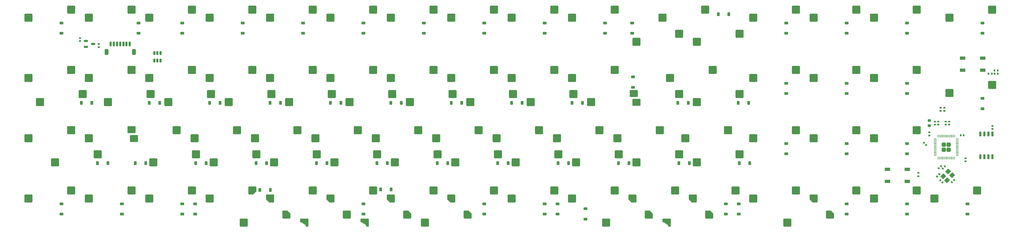
<source format=gbp>
G04 #@! TF.GenerationSoftware,KiCad,Pcbnew,8.0.4-1.fc39*
G04 #@! TF.CreationDate,2024-09-17T18:41:10-04:00*
G04 #@! TF.ProjectId,Q9-Chimera,51392d43-6869-46d6-9572-612e6b696361,rev?*
G04 #@! TF.SameCoordinates,Original*
G04 #@! TF.FileFunction,Paste,Bot*
G04 #@! TF.FilePolarity,Positive*
%FSLAX46Y46*%
G04 Gerber Fmt 4.6, Leading zero omitted, Abs format (unit mm)*
G04 Created by KiCad (PCBNEW 8.0.4-1.fc39) date 2024-09-17 18:41:10*
%MOMM*%
%LPD*%
G01*
G04 APERTURE LIST*
G04 Aperture macros list*
%AMRoundRect*
0 Rectangle with rounded corners*
0 $1 Rounding radius*
0 $2 $3 $4 $5 $6 $7 $8 $9 X,Y pos of 4 corners*
0 Add a 4 corners polygon primitive as box body*
4,1,4,$2,$3,$4,$5,$6,$7,$8,$9,$2,$3,0*
0 Add four circle primitives for the rounded corners*
1,1,$1+$1,$2,$3*
1,1,$1+$1,$4,$5*
1,1,$1+$1,$6,$7*
1,1,$1+$1,$8,$9*
0 Add four rect primitives between the rounded corners*
20,1,$1+$1,$2,$3,$4,$5,0*
20,1,$1+$1,$4,$5,$6,$7,0*
20,1,$1+$1,$6,$7,$8,$9,0*
20,1,$1+$1,$8,$9,$2,$3,0*%
%AMRotRect*
0 Rectangle, with rotation*
0 The origin of the aperture is its center*
0 $1 length*
0 $2 width*
0 $3 Rotation angle, in degrees counterclockwise*
0 Add horizontal line*
21,1,$1,$2,0,0,$3*%
%AMOutline5P*
0 Free polygon, 5 corners , with rotation*
0 The origin of the aperture is its center*
0 number of corners: always 5*
0 $1 to $10 corner X, Y*
0 $11 Rotation angle, in degrees counterclockwise*
0 create outline with 5 corners*
4,1,5,$1,$2,$3,$4,$5,$6,$7,$8,$9,$10,$1,$2,$11*%
%AMOutline6P*
0 Free polygon, 6 corners , with rotation*
0 The origin of the aperture is its center*
0 number of corners: always 6*
0 $1 to $12 corner X, Y*
0 $13 Rotation angle, in degrees counterclockwise*
0 create outline with 6 corners*
4,1,6,$1,$2,$3,$4,$5,$6,$7,$8,$9,$10,$11,$12,$1,$2,$13*%
%AMOutline7P*
0 Free polygon, 7 corners , with rotation*
0 The origin of the aperture is its center*
0 number of corners: always 7*
0 $1 to $14 corner X, Y*
0 $15 Rotation angle, in degrees counterclockwise*
0 create outline with 7 corners*
4,1,7,$1,$2,$3,$4,$5,$6,$7,$8,$9,$10,$11,$12,$13,$14,$1,$2,$15*%
%AMOutline8P*
0 Free polygon, 8 corners , with rotation*
0 The origin of the aperture is its center*
0 number of corners: always 8*
0 $1 to $16 corner X, Y*
0 $17 Rotation angle, in degrees counterclockwise*
0 create outline with 8 corners*
4,1,8,$1,$2,$3,$4,$5,$6,$7,$8,$9,$10,$11,$12,$13,$14,$15,$16,$1,$2,$17*%
%AMFreePoly0*
4,1,18,-1.275000,1.000000,-1.255970,1.095671,-1.201777,1.176777,-1.120671,1.230970,-1.025000,1.250000,0.275000,1.250000,1.275000,0.250000,1.275000,-1.000000,1.255970,-1.095671,1.201777,-1.176777,1.120671,-1.230970,1.025000,-1.250000,-1.025000,-1.250000,-1.120671,-1.230970,-1.201777,-1.176777,-1.255970,-1.095671,-1.275000,-1.000000,-1.275000,1.000000,-1.275000,1.000000,$1*%
%AMFreePoly1*
4,1,15,-1.250000,0.000000,-0.500000,0.750000,0.500000,0.750000,1.250000,0.000000,1.250000,-0.600000,1.238582,-0.657403,1.206066,-0.706065,1.157403,-0.738582,1.100000,-0.750000,-1.100000,-0.750000,-1.157403,-0.738582,-1.206066,-0.706066,-1.238582,-0.657403,-1.250000,-0.600000,-1.250000,0.000000,-1.250000,0.000000,$1*%
%AMFreePoly2*
4,1,18,-1.275000,0.250000,-0.275000,1.250000,1.025000,1.250000,1.120671,1.230970,1.201777,1.176777,1.255970,1.095671,1.275000,1.000000,1.275000,-1.000000,1.255970,-1.095671,1.201777,-1.176777,1.120671,-1.230970,1.025000,-1.250000,-1.025000,-1.250000,-1.120671,-1.230970,-1.201777,-1.176777,-1.255970,-1.095671,-1.275000,-1.000000,-1.275000,0.250000,-1.275000,0.250000,$1*%
G04 Aperture macros list end*
%ADD10RoundRect,0.140000X0.170000X-0.140000X0.170000X0.140000X-0.170000X0.140000X-0.170000X-0.140000X0*%
%ADD11RoundRect,0.250000X1.025000X1.000000X-1.025000X1.000000X-1.025000X-1.000000X1.025000X-1.000000X0*%
%ADD12RoundRect,0.225000X0.375000X-0.225000X0.375000X0.225000X-0.375000X0.225000X-0.375000X-0.225000X0*%
%ADD13RoundRect,0.150000X-0.150000X0.475000X-0.150000X-0.475000X0.150000X-0.475000X0.150000X0.475000X0*%
%ADD14RoundRect,0.225000X0.225000X0.375000X-0.225000X0.375000X-0.225000X-0.375000X0.225000X-0.375000X0*%
%ADD15RoundRect,0.225000X-0.375000X0.225000X-0.375000X-0.225000X0.375000X-0.225000X0.375000X0.225000X0*%
%ADD16RoundRect,0.250000X-1.025000X-1.000000X1.025000X-1.000000X1.025000X1.000000X-1.025000X1.000000X0*%
%ADD17RoundRect,0.140000X-0.170000X0.140000X-0.170000X-0.140000X0.170000X-0.140000X0.170000X0.140000X0*%
%ADD18RoundRect,0.135000X-0.135000X-0.185000X0.135000X-0.185000X0.135000X0.185000X-0.135000X0.185000X0*%
%ADD19Outline5P,-1.275000X1.250000X0.275000X1.250000X1.275000X0.250000X1.275000X-1.250000X-1.275000X-1.250000X180.000000*%
%ADD20RoundRect,0.135000X-0.185000X0.135000X-0.185000X-0.135000X0.185000X-0.135000X0.185000X0.135000X0*%
%ADD21RoundRect,0.140000X0.021213X-0.219203X0.219203X-0.021213X-0.021213X0.219203X-0.219203X0.021213X0*%
%ADD22RoundRect,0.140000X-0.140000X-0.170000X0.140000X-0.170000X0.140000X0.170000X-0.140000X0.170000X0*%
%ADD23RoundRect,0.225000X-0.225000X-0.375000X0.225000X-0.375000X0.225000X0.375000X-0.225000X0.375000X0*%
%ADD24FreePoly0,0.000000*%
%ADD25RoundRect,0.125000X-1.150000X-0.500000X1.150000X-0.500000X1.150000X0.500000X-1.150000X0.500000X0*%
%ADD26FreePoly1,325.000000*%
%ADD27RoundRect,0.078500X-0.314000X-1.171500X0.314000X-1.171500X0.314000X1.171500X-0.314000X1.171500X0*%
%ADD28R,1.700000X1.000000*%
%ADD29FreePoly2,180.000000*%
%ADD30RoundRect,0.249999X0.395001X0.395001X-0.395001X0.395001X-0.395001X-0.395001X0.395001X-0.395001X0*%
%ADD31RoundRect,0.050000X0.387500X0.050000X-0.387500X0.050000X-0.387500X-0.050000X0.387500X-0.050000X0*%
%ADD32RoundRect,0.050000X0.050000X0.387500X-0.050000X0.387500X-0.050000X-0.387500X0.050000X-0.387500X0*%
%ADD33RoundRect,0.150000X-0.512500X-0.150000X0.512500X-0.150000X0.512500X0.150000X-0.512500X0.150000X0*%
%ADD34RoundRect,0.150000X-0.150000X-0.625000X0.150000X-0.625000X0.150000X0.625000X-0.150000X0.625000X0*%
%ADD35RoundRect,0.250000X-0.350000X-0.650000X0.350000X-0.650000X0.350000X0.650000X-0.350000X0.650000X0*%
%ADD36RoundRect,0.140000X-0.021213X0.219203X-0.219203X0.021213X0.021213X-0.219203X0.219203X-0.021213X0*%
%ADD37RoundRect,0.226000X1.041500X0.904000X-1.041500X0.904000X-1.041500X-0.904000X1.041500X-0.904000X0*%
%ADD38RoundRect,0.228000X-1.047000X-0.912000X1.047000X-0.912000X1.047000X0.912000X-1.047000X0.912000X0*%
%ADD39RoundRect,0.225000X0.250000X-0.225000X0.250000X0.225000X-0.250000X0.225000X-0.250000X-0.225000X0*%
%ADD40RotRect,1.400000X1.200000X45.000000*%
%ADD41RoundRect,0.226000X-1.041500X-0.904000X1.041500X-0.904000X1.041500X0.904000X-1.041500X0.904000X0*%
%ADD42FreePoly0,180.000000*%
%ADD43RoundRect,0.150000X0.150000X-0.650000X0.150000X0.650000X-0.150000X0.650000X-0.150000X-0.650000X0*%
%ADD44RoundRect,0.140000X0.219203X0.021213X0.021213X0.219203X-0.219203X-0.021213X-0.021213X-0.219203X0*%
%ADD45RoundRect,0.228000X1.047000X0.912000X-1.047000X0.912000X-1.047000X-0.912000X1.047000X-0.912000X0*%
%ADD46RoundRect,0.135000X0.035355X-0.226274X0.226274X-0.035355X-0.035355X0.226274X-0.226274X0.035355X0*%
G04 APERTURE END LIST*
D10*
G04 #@! TO.C,C2*
X34329672Y-30259361D03*
X34329672Y-29299361D03*
G04 #@! TD*
D11*
G04 #@! TO.C,MX9*
X170440000Y-22860000D03*
X183890000Y-20320000D03*
G04 #@! TD*
D12*
G04 #@! TO.C,D6*
X123731928Y-27843750D03*
X123731928Y-24543750D03*
G04 #@! TD*
G04 #@! TO.C,D56*
X161831896Y-84993750D03*
X161831896Y-81693750D03*
G04 #@! TD*
D13*
G04 #@! TO.C,U2*
X57787464Y-34047640D03*
X58737464Y-34047641D03*
X59687464Y-34047640D03*
X59687464Y-36397640D03*
X58737464Y-36397639D03*
X57787464Y-36397640D03*
G04 #@! TD*
D14*
G04 #@! TO.C,D43*
X226479512Y-68857768D03*
X223179512Y-68857768D03*
G04 #@! TD*
D11*
G04 #@! TO.C,MX20*
X75190000Y-41910000D03*
X88640000Y-39370000D03*
G04 #@! TD*
G04 #@! TO.C,MX90*
X225208568Y-60960000D03*
X238658568Y-58420000D03*
G04 #@! TD*
D12*
G04 #@! TO.C,D1*
X28482008Y-27843750D03*
X28482008Y-24543750D03*
G04 #@! TD*
G04 #@! TO.C,D3*
X66581976Y-27843750D03*
X66581976Y-24543750D03*
G04 #@! TD*
D14*
G04 #@! TO.C,D17*
X38063264Y-49807784D03*
X34763264Y-49807784D03*
G04 #@! TD*
D15*
G04 #@! TO.C,D11*
X208458432Y-24543750D03*
X208458432Y-27843750D03*
G04 #@! TD*
D12*
G04 #@! TO.C,D45*
X257081816Y-65943750D03*
X257081816Y-62643750D03*
G04 #@! TD*
D11*
G04 #@! TO.C,MX49*
X37090000Y-80010000D03*
X50540000Y-77470000D03*
G04 #@! TD*
D16*
G04 #@! TO.C,MX36*
X89910000Y-66040000D03*
X76460000Y-68580000D03*
G04 #@! TD*
D12*
G04 #@! TO.C,D64*
X295181784Y-84993750D03*
X295181784Y-81693750D03*
G04 #@! TD*
G04 #@! TO.C,D65*
X314231768Y-84993750D03*
X314231768Y-81693750D03*
G04 #@! TD*
D17*
G04 #@! TO.C,C1*
X40233420Y-31209360D03*
X40233420Y-32169360D03*
G04 #@! TD*
D11*
G04 #@! TO.C,MX16*
X308552500Y-22860000D03*
X322002500Y-20320000D03*
G04 #@! TD*
D14*
G04 #@! TO.C,D27*
X226181856Y-49807784D03*
X222881856Y-49807784D03*
G04 #@! TD*
D12*
G04 #@! TO.C,D59*
X193724460Y-86581256D03*
X193724460Y-83281256D03*
G04 #@! TD*
D11*
G04 #@! TO.C,MX5*
X94240000Y-22860000D03*
X107690000Y-20320000D03*
G04 #@! TD*
D18*
G04 #@! TO.C,R4*
X322800276Y-40574184D03*
X323820276Y-40574184D03*
G04 #@! TD*
D16*
G04 #@! TO.C,MX37*
X108960000Y-66040000D03*
X95510000Y-68580000D03*
G04 #@! TD*
D14*
G04 #@! TO.C,D44*
X245529496Y-68857768D03*
X242229496Y-68857768D03*
G04 #@! TD*
D12*
G04 #@! TO.C,D51*
X70643750Y-84993750D03*
X70643750Y-81693750D03*
G04 #@! TD*
D14*
G04 #@! TO.C,D22*
X135694432Y-49807784D03*
X132394432Y-49807784D03*
G04 #@! TD*
D11*
G04 #@! TO.C,MX82*
X70427448Y-60960000D03*
X83877448Y-58420000D03*
G04 #@! TD*
D16*
G04 #@! TO.C,MX44*
X242310000Y-66040000D03*
X228860000Y-68580000D03*
G04 #@! TD*
D11*
G04 #@! TO.C,MX30*
X265690000Y-41910000D03*
X279140000Y-39370000D03*
G04 #@! TD*
D19*
G04 #@! TO.C,MX52*
X94240000Y-80010000D03*
D11*
X107690000Y-77470000D03*
G04 #@! TD*
D20*
G04 #@! TO.C,R8*
X305748572Y-51375112D03*
X305748572Y-52395112D03*
G04 #@! TD*
D12*
G04 #@! TO.C,D13*
X257081816Y-27843750D03*
X257081816Y-24543750D03*
G04 #@! TD*
D11*
G04 #@! TO.C,MX50*
X56140000Y-80010000D03*
X69590000Y-77470000D03*
G04 #@! TD*
D12*
G04 #@! TO.C,D15*
X295181784Y-27843750D03*
X295181784Y-24543750D03*
G04 #@! TD*
D21*
G04 #@! TO.C,C10*
X309278689Y-74846379D03*
X309957511Y-74167557D03*
G04 #@! TD*
D12*
G04 #@! TO.C,D31*
X295181784Y-46893750D03*
X295181784Y-43593750D03*
G04 #@! TD*
D11*
G04 #@! TO.C,MX83*
X89477432Y-60960000D03*
X102927432Y-58420000D03*
G04 #@! TD*
D16*
G04 #@! TO.C,MX74*
X132772408Y-46990000D03*
X119322408Y-49530000D03*
G04 #@! TD*
D14*
G04 #@! TO.C,D41*
X188379544Y-68857768D03*
X185079544Y-68857768D03*
G04 #@! TD*
D11*
G04 #@! TO.C,MX47*
X284740000Y-60960000D03*
X298190000Y-58420000D03*
G04 #@! TD*
D20*
G04 #@! TO.C,R7*
X306939196Y-51375112D03*
X306939196Y-52395112D03*
G04 #@! TD*
D12*
G04 #@! TO.C,D62*
X242093560Y-84993750D03*
X242093560Y-81693750D03*
G04 #@! TD*
D22*
G04 #@! TO.C,C7*
X312114660Y-60070652D03*
X313074660Y-60070652D03*
G04 #@! TD*
D16*
G04 #@! TO.C,MX73*
X113722424Y-46990000D03*
X100272424Y-49530000D03*
G04 #@! TD*
D12*
G04 #@! TO.C,D29*
X257081816Y-46893750D03*
X257081816Y-43593750D03*
G04 #@! TD*
D11*
G04 #@! TO.C,MX1*
X18040000Y-22860000D03*
X31490000Y-20320000D03*
G04 #@! TD*
D14*
G04 #@! TO.C,D19*
X78544480Y-49807784D03*
X75244480Y-49807784D03*
G04 #@! TD*
D11*
G04 #@! TO.C,MX65*
X303790000Y-80010000D03*
X317240000Y-77470000D03*
G04 #@! TD*
D12*
G04 #@! TO.C,D30*
X276131800Y-46893750D03*
X276131800Y-43593750D03*
G04 #@! TD*
D17*
G04 #@! TO.C,C8*
X313636456Y-67329708D03*
X313636456Y-68289708D03*
G04 #@! TD*
D14*
G04 #@! TO.C,D12*
X238981064Y-21828120D03*
X235681064Y-21828120D03*
G04 #@! TD*
D11*
G04 #@! TO.C,MX84*
X108527416Y-60960000D03*
X121977416Y-58420000D03*
G04 #@! TD*
D10*
G04 #@! TO.C,C3*
X305004432Y-56681124D03*
X305004432Y-55721124D03*
G04 #@! TD*
D12*
G04 #@! TO.C,D7*
X142781912Y-27843750D03*
X142781912Y-24543750D03*
G04 #@! TD*
D16*
G04 #@! TO.C,MX28*
X242310000Y-46990000D03*
X228860000Y-49530000D03*
G04 #@! TD*
D23*
G04 #@! TO.C,D55*
X129120409Y-77192175D03*
X132420409Y-77192175D03*
G04 #@! TD*
D24*
G04 #@! TO.C,MX67*
X270884792Y-85090000D03*
D16*
X257434792Y-87630000D03*
G04 #@! TD*
G04 #@! TO.C,MX71*
X75622456Y-46990000D03*
X62172456Y-49530000D03*
G04 #@! TD*
D14*
G04 #@! TO.C,D38*
X131229592Y-68857768D03*
X127929592Y-68857768D03*
G04 #@! TD*
G04 #@! TO.C,D23*
X154744416Y-49807784D03*
X151444416Y-49807784D03*
G04 #@! TD*
G04 #@! TO.C,D18*
X59494496Y-49807784D03*
X56194496Y-49807784D03*
G04 #@! TD*
D24*
G04 #@! TO.C,MX95*
X137534904Y-85089992D03*
D25*
X124084904Y-87004992D03*
D26*
X124324904Y-87449992D03*
D27*
X124967404Y-87629992D03*
G04 #@! TD*
D18*
G04 #@! TO.C,R6*
X322800276Y-39532388D03*
X323820276Y-39532388D03*
G04 #@! TD*
D16*
G04 #@! TO.C,MX80*
X26453736Y-68580000D03*
X39903736Y-66040000D03*
G04 #@! TD*
D11*
G04 #@! TO.C,MX19*
X56140000Y-41910000D03*
X69590000Y-39370000D03*
G04 #@! TD*
D28*
G04 #@! TO.C,RST1*
X295250000Y-70821032D03*
X288950000Y-70821032D03*
X295250000Y-74621032D03*
X288950000Y-74621032D03*
G04 #@! TD*
D11*
G04 #@! TO.C,MX51*
X75190000Y-80010000D03*
D29*
X88640000Y-77470000D03*
G04 #@! TD*
D30*
G04 #@! TO.C,U3*
X308334508Y-64591352D03*
X308334508Y-62991352D03*
X306734508Y-64591352D03*
X306734508Y-62991352D03*
D31*
X310972008Y-61191352D03*
X310972008Y-61591352D03*
X310972008Y-61991352D03*
X310972008Y-62391352D03*
X310972008Y-62791352D03*
X310972008Y-63191352D03*
X310972008Y-63591352D03*
X310972008Y-63991352D03*
X310972008Y-64391352D03*
X310972008Y-64791352D03*
X310972008Y-65191352D03*
X310972008Y-65591352D03*
X310972008Y-65991352D03*
X310972008Y-66391352D03*
D32*
X310134508Y-67228852D03*
X309734508Y-67228852D03*
X309334508Y-67228852D03*
X308934508Y-67228852D03*
X308534508Y-67228852D03*
X308134508Y-67228852D03*
X307734508Y-67228852D03*
X307334508Y-67228852D03*
X306934508Y-67228852D03*
X306534508Y-67228852D03*
X306134508Y-67228852D03*
X305734508Y-67228852D03*
X305334508Y-67228852D03*
X304934508Y-67228852D03*
D31*
X304097008Y-66391352D03*
X304097008Y-65991352D03*
X304097008Y-65591352D03*
X304097008Y-65191352D03*
X304097008Y-64791352D03*
X304097008Y-64391352D03*
X304097008Y-63991352D03*
X304097008Y-63591352D03*
X304097008Y-63191352D03*
X304097008Y-62791352D03*
X304097008Y-62391352D03*
X304097008Y-61991352D03*
X304097008Y-61591352D03*
X304097008Y-61191352D03*
D32*
X304934508Y-60353852D03*
X305334508Y-60353852D03*
X305734508Y-60353852D03*
X306134508Y-60353852D03*
X306534508Y-60353852D03*
X306934508Y-60353852D03*
X307334508Y-60353852D03*
X307734508Y-60353852D03*
X308134508Y-60353852D03*
X308534508Y-60353852D03*
X308934508Y-60353852D03*
X309334508Y-60353852D03*
X309734508Y-60353852D03*
X310134508Y-60353852D03*
G04 #@! TD*
D14*
G04 #@! TO.C,D21*
X116644448Y-49807784D03*
X113344448Y-49807784D03*
G04 #@! TD*
D12*
G04 #@! TO.C,D49*
X47531992Y-84993750D03*
X47531992Y-81693750D03*
G04 #@! TD*
D33*
G04 #@! TO.C,U1*
X36168732Y-32159359D03*
X36168732Y-30259361D03*
X38443732Y-31209360D03*
G04 #@! TD*
D16*
G04 #@! TO.C,MX69*
X21691240Y-49530000D03*
X35141240Y-46990000D03*
G04 #@! TD*
D24*
G04 #@! TO.C,MX92*
X213735000Y-85090000D03*
D16*
X200285000Y-87630000D03*
G04 #@! TD*
G04 #@! TO.C,MX35*
X70860000Y-66040000D03*
X57410000Y-68580000D03*
G04 #@! TD*
D23*
G04 #@! TO.C,D52*
X91020248Y-77341028D03*
X94320248Y-77341028D03*
G04 #@! TD*
D11*
G04 #@! TO.C,MX31*
X284740000Y-41910000D03*
X298190000Y-39370000D03*
G04 #@! TD*
D12*
G04 #@! TO.C,D4*
X85631960Y-27843750D03*
X85631960Y-24543750D03*
G04 #@! TD*
D11*
G04 #@! TO.C,MX10*
X189490000Y-22860000D03*
X202940000Y-20320000D03*
G04 #@! TD*
D12*
G04 #@! TO.C,D50*
X66581976Y-84993750D03*
X66581976Y-81693750D03*
G04 #@! TD*
D16*
G04 #@! TO.C,MX12*
X242310000Y-27940000D03*
X228860000Y-30480000D03*
G04 #@! TD*
G04 #@! TO.C,MX77*
X189922360Y-46990000D03*
X176472360Y-49530000D03*
G04 #@! TD*
D11*
G04 #@! TO.C,MX23*
X132340000Y-41910000D03*
X145790000Y-39370000D03*
G04 #@! TD*
G04 #@! TO.C,MX17*
X18040000Y-41910000D03*
X31490000Y-39370000D03*
G04 #@! TD*
D34*
G04 #@! TO.C,J1*
X43996064Y-31209360D03*
X44996064Y-31209360D03*
X45996064Y-31209360D03*
X46996064Y-31209360D03*
X47996064Y-31209360D03*
X48996064Y-31209360D03*
X49996064Y-31209360D03*
D35*
X42696064Y-33734360D03*
X51296064Y-33734360D03*
G04 #@! TD*
D11*
G04 #@! TO.C,MX24*
X151390000Y-41910000D03*
X164840000Y-39370000D03*
G04 #@! TD*
D12*
G04 #@! TO.C,D61*
X238031832Y-84993750D03*
X238031832Y-81693750D03*
G04 #@! TD*
D14*
G04 #@! TO.C,D35*
X74079640Y-68857768D03*
X70779640Y-68857768D03*
G04 #@! TD*
D16*
G04 #@! TO.C,MX75*
X151822392Y-46990000D03*
X138372392Y-49530000D03*
G04 #@! TD*
D36*
G04 #@! TO.C,C13*
X307072937Y-69896056D03*
X306394115Y-70574878D03*
G04 #@! TD*
D37*
G04 #@! TO.C,MX81*
X51369964Y-61080000D03*
D11*
X64827464Y-58420000D03*
G04 #@! TD*
G04 #@! TO.C,MX85*
X127577400Y-60960000D03*
X141027400Y-58420000D03*
G04 #@! TD*
D12*
G04 #@! TO.C,D32*
X318994264Y-51656250D03*
X318994264Y-48356250D03*
G04 #@! TD*
D16*
G04 #@! TO.C,MX27*
X223260000Y-46990000D03*
D38*
X209810000Y-49640000D03*
G04 #@! TD*
D11*
G04 #@! TO.C,MX26*
X189490000Y-41910000D03*
X202940000Y-39370000D03*
G04 #@! TD*
D12*
G04 #@! TO.C,D48*
X28482008Y-84993750D03*
X28482008Y-81693750D03*
G04 #@! TD*
D15*
G04 #@! TO.C,D26*
X208756088Y-41609352D03*
X208756088Y-44909352D03*
G04 #@! TD*
D11*
G04 #@! TO.C,MX13*
X246640000Y-22860000D03*
X260090000Y-20320000D03*
G04 #@! TD*
D16*
G04 #@! TO.C,MX53*
X118485000Y-85090000D03*
D25*
X105035000Y-87005000D03*
D26*
X105275000Y-87450000D03*
D27*
X105917500Y-87630000D03*
G04 #@! TD*
D39*
G04 #@! TO.C,C5*
X302220072Y-56976124D03*
X302220072Y-55426124D03*
G04 #@! TD*
D14*
G04 #@! TO.C,D39*
X150279576Y-68857768D03*
X146979576Y-68857768D03*
G04 #@! TD*
D40*
G04 #@! TO.C,Y1*
X306602134Y-73046637D03*
X308157769Y-71491002D03*
X309359850Y-72693083D03*
X307804215Y-74248718D03*
G04 #@! TD*
D10*
G04 #@! TO.C,C16*
X308427476Y-56681124D03*
X308427476Y-55721124D03*
G04 #@! TD*
D11*
G04 #@! TO.C,MX62*
X246640000Y-80010000D03*
X260090000Y-77470000D03*
G04 #@! TD*
D41*
G04 #@! TO.C,MX78*
X208979844Y-46870000D03*
D16*
X195522344Y-49530000D03*
G04 #@! TD*
D11*
G04 #@! TO.C,MX4*
X75190000Y-22860000D03*
X88640000Y-20320000D03*
G04 #@! TD*
D42*
G04 #@! TO.C,MX61*
X227590000Y-80010000D03*
D11*
X241040000Y-77470000D03*
G04 #@! TD*
D12*
G04 #@! TO.C,D9*
X180881880Y-27843750D03*
X180881880Y-24543750D03*
G04 #@! TD*
D16*
G04 #@! TO.C,MX41*
X185160000Y-66040000D03*
X171710000Y-68580000D03*
G04 #@! TD*
D11*
G04 #@! TO.C,MX15*
X284740000Y-22860000D03*
X298190000Y-20320000D03*
G04 #@! TD*
D10*
G04 #@! TO.C,C11*
X322119652Y-58020576D03*
X322119652Y-57060576D03*
G04 #@! TD*
D11*
G04 #@! TO.C,MX57*
X170440000Y-80010000D03*
X183890000Y-77470000D03*
G04 #@! TD*
D12*
G04 #@! TO.C,D58*
X184943750Y-84993750D03*
X184943750Y-81693750D03*
G04 #@! TD*
D16*
G04 #@! TO.C,MX39*
X147060000Y-66040000D03*
X133610000Y-68580000D03*
G04 #@! TD*
D11*
G04 #@! TO.C,MX68*
X218064824Y-22859992D03*
X231514824Y-20319992D03*
G04 #@! TD*
D24*
G04 #@! TO.C,MX66*
X156585000Y-85090000D03*
D16*
X143135000Y-87630000D03*
G04 #@! TD*
D14*
G04 #@! TO.C,D37*
X112179608Y-68857768D03*
X108879608Y-68857768D03*
G04 #@! TD*
G04 #@! TO.C,D40*
X169329560Y-68857768D03*
X166029560Y-68857768D03*
G04 #@! TD*
D11*
G04 #@! TO.C,MX14*
X265690000Y-22860000D03*
X279140000Y-20320000D03*
G04 #@! TD*
D18*
G04 #@! TO.C,R3*
X320865512Y-40574184D03*
X321885512Y-40574184D03*
G04 #@! TD*
D11*
G04 #@! TO.C,MX88*
X184727352Y-60960000D03*
X198177352Y-58420000D03*
G04 #@! TD*
D16*
G04 #@! TO.C,MX40*
X166110000Y-66040000D03*
X152660000Y-68580000D03*
G04 #@! TD*
G04 #@! TO.C,MX11*
X223260000Y-27940000D03*
X209810000Y-30480000D03*
G04 #@! TD*
D11*
G04 #@! TO.C,MX89*
X203777336Y-60960000D03*
X217227336Y-58420000D03*
G04 #@! TD*
D43*
G04 #@! TO.C,U4*
X322089888Y-66796040D03*
X320819888Y-66796040D03*
X319549888Y-66796040D03*
X318279888Y-66796040D03*
X318279888Y-59596040D03*
X319549888Y-59596040D03*
X320819888Y-59596040D03*
X322089888Y-59596040D03*
G04 #@! TD*
D11*
G04 #@! TO.C,MX48*
X18040000Y-80010000D03*
X31490000Y-77470000D03*
G04 #@! TD*
D42*
G04 #@! TO.C,MX54*
X113290000Y-80010000D03*
D11*
X126740000Y-77470000D03*
G04 #@! TD*
D14*
G04 #@! TO.C,D42*
X207429528Y-68857768D03*
X204129528Y-68857768D03*
G04 #@! TD*
D12*
G04 #@! TO.C,D14*
X276131800Y-27843750D03*
X276131800Y-24543750D03*
G04 #@! TD*
D16*
G04 #@! TO.C,MX70*
X56572472Y-46990000D03*
X43122472Y-49530000D03*
G04 #@! TD*
D11*
G04 #@! TO.C,MX21*
X94240000Y-41910000D03*
X107690000Y-39370000D03*
G04 #@! TD*
D42*
G04 #@! TO.C,MX59*
X208540000Y-80010000D03*
D11*
X221990000Y-77470000D03*
G04 #@! TD*
G04 #@! TO.C,MX25*
X170440000Y-41910000D03*
X183890000Y-39370000D03*
G04 #@! TD*
D14*
G04 #@! TO.C,D28*
X245231840Y-49807784D03*
X241931840Y-49807784D03*
G04 #@! TD*
D12*
G04 #@! TO.C,D10*
X199931864Y-27843750D03*
X199931864Y-24543750D03*
G04 #@! TD*
D11*
G04 #@! TO.C,MX32*
X308552500Y-46672500D03*
X322002500Y-44132500D03*
G04 #@! TD*
D16*
G04 #@! TO.C,MX43*
X223260000Y-66040000D03*
X209810000Y-68580000D03*
G04 #@! TD*
D44*
G04 #@! TO.C,C12*
X306385639Y-74995207D03*
X305706817Y-74316385D03*
G04 #@! TD*
D11*
G04 #@! TO.C,MX86*
X146627384Y-60960000D03*
X160077384Y-58420000D03*
G04 #@! TD*
G04 #@! TO.C,MX22*
X113290000Y-41910000D03*
X126740000Y-39370000D03*
G04 #@! TD*
D12*
G04 #@! TO.C,D54*
X123731928Y-84993750D03*
X123731928Y-81693750D03*
G04 #@! TD*
G04 #@! TO.C,D16*
X318994264Y-27843750D03*
X318994264Y-24543750D03*
G04 #@! TD*
D11*
G04 #@! TO.C,MX46*
X265690000Y-60960000D03*
X279140000Y-58420000D03*
G04 #@! TD*
D14*
G04 #@! TO.C,D36*
X93129624Y-68857768D03*
X89829624Y-68857768D03*
G04 #@! TD*
D42*
G04 #@! TO.C,MX56*
X151390000Y-80010000D03*
D11*
X164840000Y-77470000D03*
G04 #@! TD*
D16*
G04 #@! TO.C,MX72*
X94672440Y-46990000D03*
X81222440Y-49530000D03*
G04 #@! TD*
D24*
G04 #@! TO.C,MX91*
X99435000Y-85090000D03*
D16*
X85985000Y-87630000D03*
G04 #@! TD*
D14*
G04 #@! TO.C,D33*
X43123416Y-68857768D03*
X39823416Y-68857768D03*
G04 #@! TD*
D12*
G04 #@! TO.C,D63*
X276131800Y-84993750D03*
X276131800Y-81693750D03*
G04 #@! TD*
D28*
G04 #@! TO.C,BOOT1*
X319018876Y-35697624D03*
X312718876Y-35697624D03*
X319018876Y-39497624D03*
X312718876Y-39497624D03*
G04 #@! TD*
D36*
G04 #@! TO.C,C4*
X305880734Y-69778837D03*
X305201912Y-70457659D03*
G04 #@! TD*
D11*
G04 #@! TO.C,MX29*
X246640000Y-41910000D03*
X260090000Y-39370000D03*
G04 #@! TD*
D16*
G04 #@! TO.C,MX42*
X204210000Y-66040000D03*
X190760000Y-68580000D03*
G04 #@! TD*
D11*
G04 #@! TO.C,MX33*
X18040000Y-60960000D03*
X31490000Y-58420000D03*
G04 #@! TD*
D12*
G04 #@! TO.C,D2*
X52784375Y-27843750D03*
X52784375Y-24543750D03*
G04 #@! TD*
D11*
G04 #@! TO.C,MX34*
X37090000Y-60960000D03*
D45*
X50540000Y-58310000D03*
G04 #@! TD*
D10*
G04 #@! TO.C,C14*
X303962636Y-56681124D03*
X303962636Y-55721124D03*
G04 #@! TD*
D12*
G04 #@! TO.C,D46*
X276131800Y-65943750D03*
X276131800Y-62643750D03*
G04 #@! TD*
D14*
G04 #@! TO.C,D25*
X192844384Y-49807784D03*
X189544384Y-49807784D03*
G04 #@! TD*
D11*
G04 #@! TO.C,MX87*
X165677368Y-60960000D03*
X179127368Y-58420000D03*
G04 #@! TD*
D12*
G04 #@! TO.C,D47*
X295181784Y-65943750D03*
X295181784Y-62643750D03*
G04 #@! TD*
D11*
G04 #@! TO.C,MX45*
X246640000Y-60960000D03*
X260090000Y-58420000D03*
G04 #@! TD*
D12*
G04 #@! TO.C,D57*
X180881880Y-84993750D03*
X180881880Y-81693750D03*
G04 #@! TD*
D20*
G04 #@! TO.C,R5*
X298753656Y-71954384D03*
X298753656Y-72974384D03*
G04 #@! TD*
D11*
G04 #@! TO.C,MX64*
X284740000Y-80010000D03*
X298190000Y-77470000D03*
G04 #@! TD*
G04 #@! TO.C,MX18*
X37090000Y-41910000D03*
X50540000Y-39370000D03*
G04 #@! TD*
D42*
G04 #@! TO.C,MX63*
X265690000Y-80010000D03*
D11*
X279140000Y-77470000D03*
G04 #@! TD*
D12*
G04 #@! TO.C,D8*
X161831896Y-27843750D03*
X161831896Y-24543750D03*
G04 #@! TD*
D44*
G04 #@! TO.C,C9*
X301176659Y-63088967D03*
X300497837Y-62410145D03*
G04 #@! TD*
D10*
G04 #@! TO.C,C15*
X307385680Y-56681124D03*
X307385680Y-55721124D03*
G04 #@! TD*
D14*
G04 #@! TO.C,D24*
X173794400Y-49807784D03*
X170494400Y-49807784D03*
G04 #@! TD*
D24*
G04 #@! TO.C,MX60*
X232785000Y-85090000D03*
D25*
X219325000Y-87000000D03*
D26*
X219565000Y-87445000D03*
D27*
X220207500Y-87625000D03*
G04 #@! TD*
D16*
G04 #@! TO.C,MX76*
X170872376Y-46990000D03*
X157422376Y-49530000D03*
G04 #@! TD*
D10*
G04 #@! TO.C,C6*
X302220072Y-60110432D03*
X302220072Y-59150432D03*
G04 #@! TD*
D14*
G04 #@! TO.C,D34*
X55029656Y-68857768D03*
X51729656Y-68857768D03*
G04 #@! TD*
D11*
G04 #@! TO.C,MX2*
X37090000Y-22860000D03*
X50540000Y-20320000D03*
G04 #@! TD*
G04 #@! TO.C,MX58*
X189490000Y-80010000D03*
X202940000Y-77470000D03*
G04 #@! TD*
G04 #@! TO.C,MX6*
X113290000Y-22860000D03*
X126740000Y-20320000D03*
G04 #@! TD*
D14*
G04 #@! TO.C,D20*
X97594464Y-49807784D03*
X94294464Y-49807784D03*
G04 #@! TD*
D11*
G04 #@! TO.C,MX8*
X151390000Y-22860000D03*
X164840000Y-20320000D03*
G04 #@! TD*
D16*
G04 #@! TO.C,MX38*
X128010000Y-66040000D03*
X114560000Y-68580000D03*
G04 #@! TD*
D46*
G04 #@! TO.C,R9*
X304643808Y-73081656D03*
X305365056Y-72360408D03*
G04 #@! TD*
D11*
G04 #@! TO.C,MX79*
X233896072Y-39370000D03*
X220446072Y-41910000D03*
G04 #@! TD*
G04 #@! TO.C,MX7*
X132340000Y-22860000D03*
X145790000Y-20320000D03*
G04 #@! TD*
G04 #@! TO.C,MX3*
X56140000Y-22860000D03*
X69590000Y-20320000D03*
G04 #@! TD*
D42*
G04 #@! TO.C,MX55*
X132340000Y-80010000D03*
D11*
X145790000Y-77470000D03*
G04 #@! TD*
D12*
G04 #@! TO.C,D5*
X104681944Y-27843750D03*
X104681944Y-24543750D03*
G04 #@! TD*
M02*

</source>
